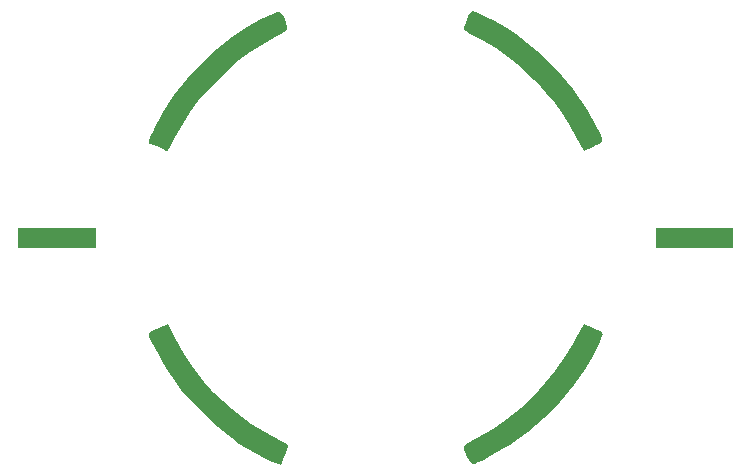
<source format=gts>
G04 (created by PCBNEW (2013-07-07 BZR 4022)-stable) date 15/02/2015 16:01:49*
%MOIN*%
G04 Gerber Fmt 3.4, Leading zero omitted, Abs format*
%FSLAX34Y34*%
G01*
G70*
G90*
G04 APERTURE LIST*
%ADD10C,0.00590551*%
%ADD11C,0.0001*%
G04 APERTURE END LIST*
G54D10*
G54D11*
G36*
X71195Y-65236D02*
X71190Y-65294D01*
X71154Y-65411D01*
X71100Y-65558D01*
X71038Y-65705D01*
X70982Y-65826D01*
X70943Y-65887D01*
X70890Y-65881D01*
X70768Y-65838D01*
X70600Y-65763D01*
X70405Y-65669D01*
X70141Y-65526D01*
X69847Y-65356D01*
X69571Y-65184D01*
X69447Y-65103D01*
X69176Y-64900D01*
X68868Y-64640D01*
X68542Y-64342D01*
X68216Y-64020D01*
X67908Y-63695D01*
X67635Y-63385D01*
X67416Y-63107D01*
X67351Y-63013D01*
X67196Y-62774D01*
X67035Y-62510D01*
X66879Y-62240D01*
X66740Y-61987D01*
X66631Y-61772D01*
X66567Y-61627D01*
X66544Y-61557D01*
X66551Y-61504D01*
X66603Y-61456D01*
X66712Y-61402D01*
X66893Y-61327D01*
X66940Y-61309D01*
X67185Y-61213D01*
X67361Y-61536D01*
X67594Y-61954D01*
X67802Y-62305D01*
X67997Y-62605D01*
X68192Y-62873D01*
X68400Y-63128D01*
X68635Y-63391D01*
X68727Y-63488D01*
X69310Y-64033D01*
X69962Y-64522D01*
X70667Y-64943D01*
X70791Y-65007D01*
X70965Y-65096D01*
X71102Y-65173D01*
X71184Y-65225D01*
X71195Y-65236D01*
X71195Y-65236D01*
X71195Y-65236D01*
G37*
G36*
X81684Y-61544D02*
X81668Y-61608D01*
X81665Y-61615D01*
X81590Y-61785D01*
X81480Y-62007D01*
X81348Y-62256D01*
X81211Y-62499D01*
X81118Y-62651D01*
X80722Y-63224D01*
X80251Y-63786D01*
X79730Y-64317D01*
X79181Y-64798D01*
X78621Y-65206D01*
X78601Y-65219D01*
X78393Y-65347D01*
X78165Y-65480D01*
X77934Y-65607D01*
X77719Y-65719D01*
X77539Y-65808D01*
X77408Y-65861D01*
X77356Y-65874D01*
X77297Y-65833D01*
X77220Y-65725D01*
X77165Y-65621D01*
X77100Y-65471D01*
X77059Y-65349D01*
X77047Y-65297D01*
X77089Y-65243D01*
X77201Y-65160D01*
X77372Y-65054D01*
X77491Y-64989D01*
X78027Y-64684D01*
X78500Y-64362D01*
X78946Y-64001D01*
X79381Y-63592D01*
X79771Y-63179D01*
X80105Y-62772D01*
X80406Y-62342D01*
X80696Y-61857D01*
X80792Y-61680D01*
X81043Y-61213D01*
X81288Y-61309D01*
X81486Y-61389D01*
X81607Y-61446D01*
X81669Y-61495D01*
X81684Y-61544D01*
X81684Y-61544D01*
X81684Y-61544D01*
G37*
G36*
X64784Y-58660D02*
X63486Y-58660D01*
X62187Y-58660D01*
X62187Y-58324D01*
X62187Y-57988D01*
X63486Y-57988D01*
X64784Y-57988D01*
X64784Y-58324D01*
X64784Y-58660D01*
X64784Y-58660D01*
X64784Y-58660D01*
G37*
G36*
X86039Y-58660D02*
X84741Y-58660D01*
X83442Y-58660D01*
X83442Y-58324D01*
X83442Y-57988D01*
X84741Y-57988D01*
X86039Y-57988D01*
X86039Y-58324D01*
X86039Y-58660D01*
X86039Y-58660D01*
X86039Y-58660D01*
G37*
G36*
X71165Y-51362D02*
X71139Y-51414D01*
X71070Y-51472D01*
X70942Y-51547D01*
X70764Y-51640D01*
X70311Y-51887D01*
X69914Y-52138D01*
X69546Y-52412D01*
X69180Y-52731D01*
X68847Y-53054D01*
X68489Y-53429D01*
X68189Y-53780D01*
X67926Y-54133D01*
X67682Y-54518D01*
X67433Y-54963D01*
X67430Y-54970D01*
X67329Y-55158D01*
X67245Y-55309D01*
X67191Y-55407D01*
X67172Y-55436D01*
X67127Y-55419D01*
X67019Y-55373D01*
X66876Y-55312D01*
X66720Y-55243D01*
X66602Y-55185D01*
X66547Y-55152D01*
X66550Y-55093D01*
X66595Y-54966D01*
X66674Y-54785D01*
X66782Y-54569D01*
X66912Y-54328D01*
X67033Y-54116D01*
X67393Y-53575D01*
X67821Y-53034D01*
X68300Y-52516D01*
X68809Y-52038D01*
X69329Y-51623D01*
X69627Y-51418D01*
X69834Y-51294D01*
X70060Y-51166D01*
X70291Y-51044D01*
X70509Y-50938D01*
X70696Y-50854D01*
X70836Y-50802D01*
X70910Y-50789D01*
X70911Y-50791D01*
X70978Y-50854D01*
X71051Y-50981D01*
X71118Y-51143D01*
X71161Y-51303D01*
X71165Y-51362D01*
X71165Y-51362D01*
X71165Y-51362D01*
G37*
G36*
X81659Y-55087D02*
X81626Y-55158D01*
X81541Y-55215D01*
X81401Y-55279D01*
X81365Y-55295D01*
X81043Y-55432D01*
X80795Y-54967D01*
X80553Y-54530D01*
X80320Y-54159D01*
X80077Y-53823D01*
X79801Y-53496D01*
X79475Y-53148D01*
X79383Y-53056D01*
X78951Y-52647D01*
X78537Y-52305D01*
X78116Y-52008D01*
X77659Y-51738D01*
X77448Y-51627D01*
X77273Y-51534D01*
X77138Y-51447D01*
X77059Y-51385D01*
X77047Y-51365D01*
X77064Y-51290D01*
X77109Y-51160D01*
X77155Y-51040D01*
X77233Y-50874D01*
X77304Y-50791D01*
X77356Y-50775D01*
X77442Y-50798D01*
X77592Y-50863D01*
X77790Y-50958D01*
X78015Y-51076D01*
X78250Y-51206D01*
X78477Y-51339D01*
X78677Y-51464D01*
X78778Y-51532D01*
X79487Y-52086D01*
X80127Y-52702D01*
X80694Y-53374D01*
X81182Y-54096D01*
X81466Y-54612D01*
X81576Y-54832D01*
X81641Y-54984D01*
X81659Y-55087D01*
X81659Y-55087D01*
X81659Y-55087D01*
G37*
M02*

</source>
